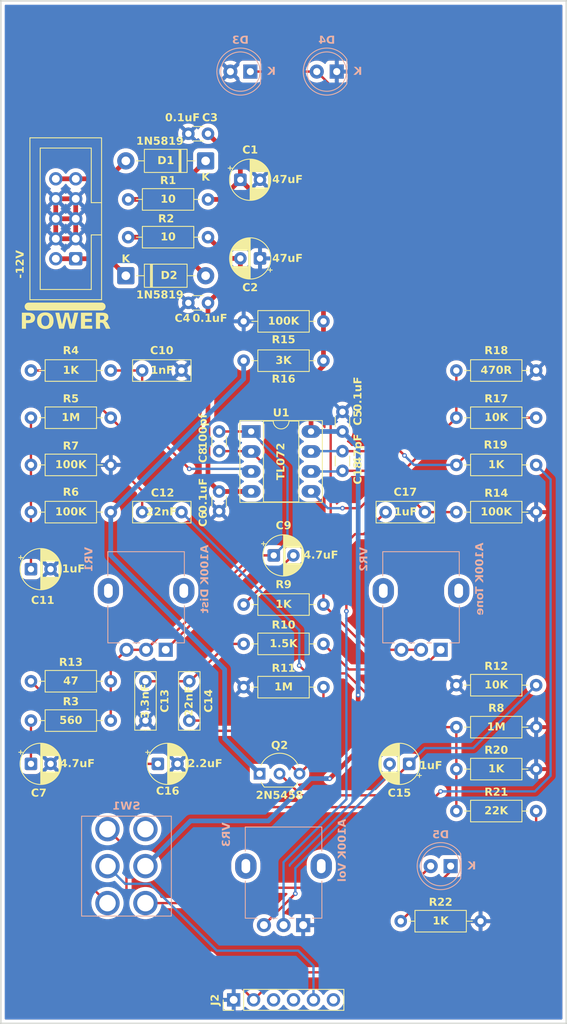
<source format=kicad_pcb>
(kicad_pcb (version 20241229) (generator "pcbnew") (generator_version "9.0")
  (title_block (title "Cat Distortion") (rev "v1"))
  (layers (0 "F.Cu" signal) (2 "B.Cu" signal) (13 "F.Paste" user) (15 "B.Paste" user) (5 "F.SilkS" user "F.Silkscreen") (7 "B.SilkS" user "B.Silkscreen") (1 "F.Mask" user) (3 "B.Mask" user) (25 "Edge.Cuts" user))
  (net 0 "")
  (net 1 "GND")
  (net 2 "+12V")
  (net 3 "-12V")
  (net 4 "Net-(C7-Pad1)")
  (net 5 "Net-(U1A-+)")
  (net 6 "Net-(C8-Pad2)")
  (net 7 "Net-(C9-Pad2)")
  (net 8 "Net-(U1A--)")
  (net 9 "Net-(C11-Pad1)")
  (net 10 "Net-(C12-Pad2)")
  (net 11 "Net-(C12-Pad1)")
  (net 12 "Net-(C13-Pad1)")
  (net 13 "Net-(Q2-G)")
  (net 14 "Net-(Q2-S)")
  (net 15 "Net-(C15-Pad2)")
  (net 16 "Net-(U1B-+)")
  (net 17 "Net-(C16-Pad1)")
  (net 18 "Net-(C18-Pad1)")
  (net 19 "Net-(U1B--)")
  (net 20 "Net-(D1-K)")
  (net 21 "/+12")
  (net 22 "Net-(D2-A)")
  (net 23 "/-12")
  (net 24 "Net-(D3-K)")
  (net 25 "Out Jack")
  (net 28 "In Jack")
  (net 30 "+9V")
  (net 31 "Net-(R10-Pad2)")
  (net 32 "Net-(C17-Pad1)")
  (net 33 "Net-(D5-K)")
  (net 34 "Net-(D5-A)")
  (net 35 "Net-(SW1A-A)")
  (footprint "Capacitor_THT:CP_Radial_D5.0mm_P2.50mm" (layer "F.Cu") (at 41.84 169.5)
    (property "Reference" "C7" (at 1 3.75 0) (layer "F.SilkS") (effects (font (thickness 0.2) (bold yes))))
    (property "Value" "4.7uF" (at 5.91 0 0) (layer "F.SilkS") (effects (font (thickness 0.2) (bold yes))))
    (pad "1" thru_hole roundrect (at 0 0) (size 1.6 1.6) (drill 0.8) (layers "*.Cu" "*.Mask") (roundrect_rratio 0.15625) (net 4 "Net-(C7-Pad1)"))
    (pad "2" thru_hole circle (at 2.5 0) (size 1.6 1.6) (drill 0.8) (layers "*.Cu" "*.Mask") (net 1 "GND"))
  )
  (footprint "AO_tht:R_Axial_DIN0207_L6.3mm_D2.5mm_P10.16mm_Horizontal" (layer "F.Cu") (at 96 159.5)
    (property "Reference" "R12" (at 5.08 -2.37 0) (layer "F.SilkS") (effects (font (thickness 0.16) (bold yes))))
    (property "Value" "10K")
    (fp_text user "${VALUE}" (at 5.08 0 0) (layer "F.SilkS") (effects (font (thickness 0.16) (bold yes))))
    (pad "1" thru_hole circle (at 0 0) (size 1.6 1.6) (drill 0.8) (layers "*.Cu" "*.Mask") (net 1 "GND"))
    (pad "2" thru_hole oval (at 10.16 0) (size 1.6 1.6) (drill 0.8) (layers "*.Cu" "*.Mask") (net 13 "Net-(Q2-G)"))
  )
  (footprint "AO_tht:R_Axial_DIN0207_L6.3mm_D2.5mm_P10.16mm_Horizontal" (layer "F.Cu") (at 79.08 113.25 180)
    (property "Reference" "R15" (at 5.08 -2.37 0) (layer "F.SilkS") (effects (font (thickness 0.16) (bold yes))))
    (property "Value" "100K")
    (fp_text user "${VALUE}" (at 5.08 0 0) (layer "F.SilkS") (effects (font (thickness 0.16) (bold yes))))
    (pad "1" thru_hole circle (at 0 0 180) (size 1.6 1.6) (drill 0.8) (layers "*.Cu" "*.Mask") (net 2 "+12V"))
    (pad "2" thru_hole oval (at 10.16 0 180) (size 1.6 1.6) (drill 0.8) (layers "*.Cu" "*.Mask") (net 1 "GND"))
  )
  (footprint "AO_tht:R_Axial_DIN0207_L6.3mm_D2.5mm_P10.16mm_Horizontal" (layer "F.Cu") (at 106.16 119.5 180)
    (property "Reference" "R18" (at 5.08 2.5 0) (layer "F.SilkS") (effects (font (thickness 0.16) (bold yes))))
    (property "Value" "470R")
    (fp_text user "${VALUE}" (at 5.08 0 0) (layer "F.SilkS") (effects (font (thickness 0.16) (bold yes))))
    (pad "1" thru_hole circle (at 0 0 180) (size 1.6 1.6) (drill 0.8) (layers "*.Cu" "*.Mask") (net 1 "GND"))
    (pad "2" thru_hole oval (at 10.16 0 180) (size 1.6 1.6) (drill 0.8) (layers "*.Cu" "*.Mask") (net 19 "Net-(U1B--)"))
  )
  (footprint "Capacitor_THT:CP_Radial_D5.0mm_P2.50mm" (layer "F.Cu") (at 90 169.5 180)
    (property "Reference" "C15" (at 1.25 -3.75 0) (layer "F.SilkS") (effects (font (thickness 0.2) (bold yes))))
    (property "Value" "1uF" (at -2.75 -0.25 0) (layer "F.SilkS") (effects (font (thickness 0.2) (bold yes))))
    (pad "1" thru_hole roundrect (at 0 0 180) (size 1.6 1.6) (drill 0.8) (layers "*.Cu" "*.Mask") (roundrect_rratio 0.15625) (net 13 "Net-(Q2-G)"))
    (pad "2" thru_hole circle (at 2.5 0 180) (size 1.6 1.6) (drill 0.8) (layers "*.Cu" "*.Mask") (net 15 "Net-(C15-Pad2)"))
  )
  (footprint "AO_tht:R_Axial_DIN0207_L6.3mm_D2.5mm_P10.16mm_Horizontal" (layer "F.Cu") (at 41.84 159)
    (property "Reference" "R13" (at 5.08 -2.37 0) (layer "F.SilkS") (effects (font (thickness 0.16) (bold yes))))
    (property "Value" "47")
    (fp_text user "${VALUE}" (at 5.08 0 0) (layer "F.SilkS") (effects (font (thickness 0.16) (bold yes))))
    (pad "1" thru_hole circle (at 0 0) (size 1.6 1.6) (drill 0.8) (layers "*.Cu" "*.Mask") (net 17 "Net-(C16-Pad1)"))
    (pad "2" thru_hole oval (at 10.16 0) (size 1.6 1.6) (drill 0.8) (layers "*.Cu" "*.Mask") (net 8 "Net-(U1A--)"))
  )
  (footprint "4ms_Connector:Pins_2x05_2.54mm_TH_EurorackPower_Shrouded" (layer "F.Cu") (at 46.27 100.21)
    (property "Reference" "E1")
    (property "Value" "Conn_01x10_Pin")
    (fp_text user "-12V" (at -5.77 5.79 90) (layer "F.SilkS") (effects (font (thickness 0.2) (bold yes))))
    (fp_text user "POWER" (at -0.05 13.15 0) (layer "F.SilkS") (effects (font (size 2 2) (thickness 0.32) (bold yes))))
    (pad "1" thru_hole roundrect (at 1.27 5.08 180) (size 1.7 1.7) (drill 1) (layers "*.Cu" "*.Mask") (roundrect_rratio 0.147059) (net 23 "/-12"))
    (pad "2" thru_hole circle (at -1.27 5.08 180) (size 1.7 1.7) (drill 1) (layers "*.Cu" "*.Mask") (net 23 "/-12"))
    (pad "3" thru_hole circle (at 1.27 2.54 180) (size 1.7 1.7) (drill 1) (layers "*.Cu" "*.Mask") (net 1 "GND"))
    (pad "4" thru_hole circle (at -1.27 2.54 180) (size 1.7 1.7) (drill 1) (layers "*.Cu" "*.Mask") (net 1 "GND"))
    (pad "5" thru_hole circle (at 1.27 0 180) (size 1.7 1.7) (drill 1) (layers "*.Cu" "*.Mask") (net 1 "GND"))
    (pad "6" thru_hole circle (at -1.27 0 180) (size 1.7 1.7) (drill 1) (layers "*.Cu" "*.Mask") (net 1 "GND"))
    (pad "7" thru_hole circle (at 1.27 -2.54 180) (size 1.7 1.7) (drill 1) (layers "*.Cu" "*.Mask") (net 1 "GND"))
    (pad "8" thru_hole circle (at -1.27 -2.54 180) (size 1.7 1.7) (drill 1) (layers "*.Cu" "*.Mask") (net 1 "GND"))
    (pad "9" thru_hole circle (at 1.27 -5.08 180) (size 1.7 1.7) (drill 1) (layers "*.Cu" "*.Mask") (net 21 "/+12"))
    (pad "10" thru_hole circle (at -1.27 -5.08 180) (size 1.7 1.7) (drill 1) (layers "*.Cu" "*.Mask") (net 21 "/+12"))
  )
  (footprint "AO_tht:R_Axial_DIN0207_L6.3mm_D2.5mm_P10.16mm_Horizontal" (layer "F.Cu") (at 52 137.5 180)
    (property "Reference" "R6" (at 5.08 2.5 0) (layer "F.SilkS") (effects (font (thickness 0.16) (bold yes))))
    (property "Value" "100K")
    (fp_text user "${VALUE}" (at 5.08 0 0) (layer "F.SilkS") (effects (font (thickness 0.16) (bold yes))))
    (pad "1" thru_hole circle (at 0 0 180) (size 1.6 1.6) (drill 0.8) (layers "*.Cu" "*.Mask") (net 30 "+9V"))
    (pad "2" thru_hole oval (at 10.16 0 180) (size 1.6 1.6) (drill 0.8) (layers "*.Cu" "*.Mask") (net 9 "Net-(C11-Pad1)"))
  )
  (footprint "AO_tht:C_Disc_D3.0mm_W1.6mm_P2.50mm" (layer "F.Cu") (at 64.38 89.4 180)
    (property "Reference" "C3" (at -0.25 2 0) (layer "F.SilkS") (effects (font (thickness 0.16) (bold yes))))
    (property "Value" "0.1uF")
    (fp_text user "${VALUE}" (at 3.25 2 0) (layer "F.SilkS") (effects (font (thickness 0.16) (bold yes))))
    (pad "1" thru_hole circle (at 0 0 180) (size 1.6 1.6) (drill 0.8) (layers "*.Cu" "*.Mask") (net 2 "+12V"))
    (pad "2" thru_hole circle (at 2.5 0 180) (size 1.6 1.6) (drill 0.8) (layers "*.Cu" "*.Mask") (net 1 "GND"))
  )
  (footprint "AO_tht:R_Axial_DIN0207_L6.3mm_D2.5mm_P10.16mm_Horizontal" (layer "F.Cu") (at 52 119.5 180)
    (property "Reference" "R4" (at 5.08 2.5 0) (layer "F.SilkS") (effects (font (thickness 0.16) (bold yes))))
    (property "Value" "1K")
    (fp_text user "${VALUE}" (at 5.08 0 0) (layer "F.SilkS") (effects (font (thickness 0.16) (bold yes))))
    (pad "1" thru_hole circle (at 0 0 180) (size 1.6 1.6) (drill 0.8) (layers "*.Cu" "*.Mask") (net 5 "Net-(U1A-+)"))
    (pad "2" thru_hole oval (at 10.16 0 180) (size 1.6 1.6) (drill 0.8) (layers "*.Cu" "*.Mask") (net 10 "Net-(C12-Pad2)"))
  )
  (footprint "Capacitor_THT:CP_Radial_D5.0mm_P2.50mm" (layer "F.Cu") (at 41.84 144.75)
    (property "Reference" "C11" (at 1.5 4 0) (layer "F.SilkS") (effects (font (thickness 0.2) (bold yes))))
    (property "Value" "1uF" (at 5.41 0 0) (layer "F.SilkS") (effects (font (thickness 0.2) (bold yes))))
    (pad "1" thru_hole roundrect (at 0 0) (size 1.6 1.6) (drill 0.8) (layers "*.Cu" "*.Mask") (roundrect_rratio 0.15625) (net 9 "Net-(C11-Pad1)"))
    (pad "2" thru_hole circle (at 2.5 0) (size 1.6 1.6) (drill 0.8) (layers "*.Cu" "*.Mask") (net 1 "GND"))
  )
  (footprint "AO_tht:R_Axial_DIN0207_L6.3mm_D2.5mm_P10.16mm_Horizontal" (layer "F.Cu") (at 96 170.166666)
    (property "Reference" "R20" (at 5.08 -2.37 0) (layer "F.SilkS") (effects (font (thickness 0.16) (bold yes))))
    (property "Value" "1K")
    (fp_text user "${VALUE}" (at 5.08 0 0) (layer "F.SilkS") (effects (font (thickness 0.16) (bold yes))))
    (pad "1" thru_hole circle (at 0 0) (size 1.6 1.6) (drill 0.8) (layers "*.Cu" "*.Mask") (net 11 "Net-(C12-Pad1)"))
    (pad "2" thru_hole oval (at 10.16 0) (size 1.6 1.6) (drill 0.8) (layers "*.Cu" "*.Mask") (net 1 "GND"))
  )
  (footprint "AO_tht:R_Axial_DIN0207_L6.3mm_D2.5mm_P10.16mm_Horizontal" (layer "F.Cu") (at 41.84 164)
    (property "Reference" "R3" (at 5.08 -2.37 0) (layer "F.SilkS") (effects (font (thickness 0.16) (bold yes))))
    (property "Value" "560")
    (fp_text user "${VALUE}" (at 5.08 0 0) (layer "F.SilkS") (effects (font (thickness 0.16) (bold yes))))
    (pad "1" thru_hole circle (at 0 0) (size 1.6 1.6) (drill 0.8) (layers "*.Cu" "*.Mask") (net 4 "Net-(C7-Pad1)"))
    (pad "2" thru_hole oval (at 10.16 0) (size 1.6 1.6) (drill 0.8) (layers "*.Cu" "*.Mask") (net 8 "Net-(U1A--)"))
  )
  (footprint "AO_tht:R_Axial_DIN0207_L6.3mm_D2.5mm_P10.16mm_Horizontal" (layer "F.Cu") (at 88.92 189.5)
    (property "Reference" "R22" (at 5.08 -2.37 0) (layer "F.SilkS") (effects (font (thickness 0.16) (bold yes))))
    (property "Value" "1K")
    (fp_text user "${VALUE}" (at 5.08 0 0) (layer "F.SilkS") (effects (font (thickness 0.16) (bold yes))))
    (pad "1" thru_hole circle (at 0 0) (size 1.6 1.6) (drill 0.8) (layers "*.Cu" "*.Mask") (net 33 "Net-(D5-K)"))
    (pad "2" thru_hole oval (at 10.16 0) (size 1.6 1.6) (drill 0.8) (layers "*.Cu" "*.Mask") (net 1 "GND"))
  )
  (footprint "Diode_THT:D_DO-41_SOD81_P10.16mm_Horizontal" (layer "F.Cu") (at 53.92 107.449992)
    (property "Reference" "D2" (at 5.5 0 0) (layer "F.SilkS") (effects (font (thickness 0.2) (bold yes))))
    (property "Value" "1N5819" (at 4.33 2.47 0) (layer "F.SilkS") (effects (font (thickness 0.2) (bold yes))))
    (fp_text user "K" (at 0 -2.1 0) (layer "F.SilkS") (effects (font (thickness 0.2) (bold yes))))
    (pad "1" thru_hole roundrect (at 0 0) (size 2.2 2.2) (drill 1.1) (layers "*.Cu" "*.Mask") (roundrect_rratio 0.113636) (net 23 "/-12"))
    (pad "2" thru_hole circle (at 10.16 0) (size 2.2 2.2) (drill 1.1) (layers "*.Cu" "*.Mask") (net 22 "Net-(D2-A)"))
  )
  (footprint "AO_tht:R_Axial_DIN0207_L6.3mm_D2.5mm_P10.16mm_Horizontal" (layer "F.Cu") (at 96 125.5)
    (property "Reference" "R17" (at 5.08 -2.37 0) (layer "F.SilkS") (effects (font (thickness 0.16) (bold yes))))
    (property "Value" "10K")
    (fp_text user "${VALUE}" (at 5.08 0 0) (layer "F.SilkS") (effects (font (thickness 0.16) (bold yes))))
    (pad "1" thru_hole circle (at 0 0) (size 1.6 1.6) (drill 0.8) (layers "*.Cu" "*.Mask") (net 19 "Net-(U1B--)"))
    (pad "2" thru_hole oval (at 10.16 0) (size 1.6 1.6) (drill 0.8) (layers "*.Cu" "*.Mask") (net 18 "Net-(C18-Pad1)"))
  )
  (footprint "AO_tht:R_Axial_DIN0207_L6.3mm_D2.5mm_P10.16mm_Horizontal" (layer "F.Cu") (at 79.08 118.25 180)
    (property "Reference" "R16" (at 5.08 -2.37 0) (layer "F.SilkS") (effects (font (thickness 0.16) (bold yes))))
    (property "Value" "3K")
    (fp_text user "${VALUE}" (at 5.08 0 0) (layer "F.SilkS") (effects (font (thickness 0.16) (bold yes))))
    (pad "1" thru_hole circle (at 0 0 180) (size 1.6 1.6) (drill 0.8) (layers "*.Cu" "*.Mask") (net 2 "+12V"))
    (pad "2" thru_hole oval (at 10.16 0 180) (size 1.6 1.6) (drill 0.8) (layers "*.Cu" "*.Mask") (net 30 "+9V"))
  )
  (footprint "Centred:PinHeader_1x06_P2.54mm_Vertical_Centre" (layer "F.Cu") (at 74 199.5 90)
    (property "Reference" "J2" (at 0 -8.68 90) (layer "F.SilkS") (effects (font (thickness 0.2) (bold yes))))
    (property "Value" "Conn_01x06")
    (pad "1" thru_hole rect (at 0 -6.35 90) (size 1.7 1.7) (drill 1) (layers "*.Cu" "*.Mask") (net 1 "GND"))
    (pad "2" thru_hole oval (at 0 -3.81 90) (size 1.7 1.7) (drill 1) (layers "*.Cu" "*.Mask") (net 28 "In Jack"))
    (pad "3" thru_hole oval (at 0 -1.27 90) (size 1.7 1.7) (drill 1) (layers "*.Cu" "*.Mask"))
    (pad "4" thru_hole oval (at 0 1.27 90) (size 1.7 1.7) (drill 1) (layers "*.Cu" "*.Mask"))
    (pad "5" thru_hole oval (at 0 3.81 90) (size 1.7 1.7) (drill 1) (layers "*.Cu" "*.Mask") (net 25 "Out Jack"))
    (pad "6" thru_hole oval (at 0 6.35 90) (size 1.7 1.7) (drill 1) (layers "*.Cu" "*.Mask"))
  )
  (footprint "AO_tht:C_Rect_L7.2mm_W2.5mm_P5.00mm_FKS2_FKP2_MKS2_MKP2" (layer "F.Cu") (at 87 137.5)
    (property "Reference" "C17" (at 2.5 -2.5 0) (layer "F.SilkS") (effects (font (thickness 0.2) (bold yes))))
    (property "Value" "1uF")
    (fp_text user "${VALUE}" (at 2.54 0 0) (layer "F.SilkS") (effects (font (thickness 0.2) (bold yes))))
    (pad "1" thru_hole circle (at 0 0) (size 1.6 1.6) (drill 0.8) (layers "*.Cu" "*.Mask") (net 32 "Net-(C17-Pad1)"))
    (pad "2" thru_hole circle (at 5 0) (size 1.6 1.6) (drill 0.8) (layers "*.Cu" "*.Mask") (net 16 "Net-(U1B-+)"))
  )
  (footprint "Capacitor_THT:CP_Radial_D5.0mm_P2.50mm" (layer "F.Cu") (at 68.5 95.25)
    (property "Reference" "C1" (at 1.25 -3.75 0) (layer "F.SilkS") (effects (font (thickness 0.2) (bold yes))))
    (property "Value" "47uF" (at 6 0 0) (layer "F.SilkS") (effects (font (thickness 0.2) (bold yes))))
    (pad "1" thru_hole roundrect (at 0 0) (size 1.6 1.6) (drill 0.8) (layers "*.Cu" "*.Mask") (roundrect_rratio 0.15625) (net 2 "+12V"))
    (pad "2" thru_hole circle (at 2.5 0) (size 1.6 1.6) (drill 0.8) (layers "*.Cu" "*.Mask") (net 1 "GND"))
  )
  (footprint "AO_tht:R_Axial_DIN0207_L6.3mm_D2.5mm_P10.16mm_Horizontal" (layer "F.Cu") (at 106.16 131.5 180)
    (property "Reference" "R19" (at 5.16 2.5 0) (layer "F.SilkS") (effects (font (thickness 0.16) (bold yes))))
    (property "Value" "1K")
    (fp_text user "${VALUE}" (at 5.08 0 0) (layer "F.SilkS") (effects (font (thickness 0.16) (bold yes))))
    (pad "1" thru_hole circle (at 0 0 180) (size 1.6 1.6) (drill 0.8) (layers "*.Cu" "*.Mask") (net 35 "Net-(SW1A-A)"))
    (pad "2" thru_hole oval (at 10.16 0 180) (size 1.6 1.6) (drill 0.8) (layers "*.Cu" "*.Mask") (net 18 "Net-(C18-Pad1)"))
  )
  (footprint "AO_tht:R_Axial_DIN0207_L6.3mm_D2.5mm_P10.16mm_Horizontal" (layer "F.Cu") (at 41.84 131.5)
    (property "Reference" "R7" (at 5.08 -2.37 0) (layer "F.SilkS") (effects (font (thickness 0.16) (bold yes))))
    (property "Value" "100K")
    (fp_text user "${VALUE}" (at 5.08 0 0) (layer "F.SilkS") (effects (font (thickness 0.16) (bold yes))))
    (pad "1" thru_hole circle (at 0 0) (size 1.6 1.6) (drill 0.8) (layers "*.Cu" "*.Mask") (net 9 "Net-(C11-Pad1)"))
    (pad "2" thru_hole oval (at 10.16 0) (size 1.6 1.6) (drill 0.8) (layers "*.Cu" "*.Mask") (net 1 "GND"))
  )
  (footprint "AO_tht:DIP-8_W7.62mm_Socket_LongPads" (layer "F.Cu") (at 69.88 127.25)
    (property "Reference" "U1" (at 3.81 -2.33 0) (layer "F.SilkS") (effects (font (thickness 0.16) (bold yes))))
    (property "Value" "TL072")
    (fp_text user "${VALUE}" (at 3.81 3.81 90) (layer "F.SilkS") (effects (font (thickness 0.16) (bold yes))))
    (pad "1" thru_hole rect (at 0 0) (size 2.4 1.6) (drill 0.8) (layers "*.Cu" "*.Mask") (net 6 "Net-(C8-Pad2)"))
    (pad "2" thru_hole oval (at 0 2.54) (size 2.4 1.6) (drill 0.8) (layers "*.Cu" "*.Mask") (net 8 "Net-(U1A--)"))
    (pad "3" thru_hole oval (at 0 5.08) (size 2.4 1.6) (drill 0.8) (layers "*.Cu" "*.Mask") (net 5 "Net-(U1A-+)"))
    (pad "4" thru_hole oval (at 0 7.62) (size 2.4 1.6) (drill 0.8) (layers "*.Cu" "*.Mask") (net 3 "-12V"))
    (pad "5" thru_hole oval (at 7.62 7.62) (size 2.4 1.6) (drill 0.8) (layers "*.Cu" "*.Mask") (net 16 "Net-(U1B-+)"))
    (pad "6" thru_hole oval (at 7.62 5.08) (size 2.4 1.6) (drill 0.8) (layers "*.Cu" "*.Mask") (net 19 "Net-(U1B--)"))
    (pad "7" thru_hole oval (at 7.62 2.54) (size 2.4 1.6) (drill 0.8) (layers "*.Cu" "*.Mask") (net 18 "Net-(C18-Pad1)"))
    (pad "8" thru_hole oval (at 7.62 0) (size 2.4 1.6) (drill 0.8) (layers "*.Cu" "*.Mask") (net 2 "+12V"))
  )
  (footprint "AO_tht:C_Rect_L7.2mm_W2.5mm_P5.00mm_FKS2_FKP2_MKS2_MKP2" (layer "F.Cu") (at 61 137.5 180)
    (property "Reference" "C12" (at 2.4 2.4 0) (layer "F.SilkS") (effects (font (thickness 0.2) (bold yes))))
    (property "Value" "22nF")
    (fp_text user "${VALUE}" (at 2.54 0 0) (layer "F.SilkS") (effects (font (thickness 0.2) (bold yes))))
    (pad "1" thru_hole circle (at 0 0 180) (size 1.6 1.6) (drill 0.8) (layers "*.Cu" "*.Mask") (net 11 "Net-(C12-Pad1)"))
    (pad "2" thru_hole circle (at 5 0 180) (size 1.6 1.6) (drill 0.8) (layers "*.Cu" "*.Mask") (net 10 "Net-(C12-Pad2)"))
  )
  (footprint "AO_tht:R_Axial_DIN0207_L6.3mm_D2.5mm_P10.16mm_Horizontal" (layer "F.Cu") (at 68.92 154.25)
    (property "Reference" "R10" (at 5.08 -2.37 0) (layer "F.SilkS") (effects (font (thickness 0.16) (bold yes))))
    (property "Value" "1.5K")
    (fp_text user "${VALUE}" (at 5.08 0 0) (layer "F.SilkS") (effects (font (thickness 0.16) (bold yes))))
    (pad "1" thru_hole circle (at 0 0) (size 1.6 1.6) (drill 0.8) (layers "*.Cu" "*.Mask") (net 12 "Net-(C13-Pad1)"))
    (pad "2" thru_hole oval (at 10.16 0) (size 1.6 1.6) (drill 0.8) (layers "*.Cu" "*.Mask") (net 31 "Net-(R10-Pad2)"))
  )
  (footprint "AO_tht:R_Axial_DIN0207_L6.3mm_D2.5mm_P10.16mm_Horizontal" (layer "F.Cu") (at 79.08 149.25 180)
    (property "Reference" "R9" (at 5.08 2.5 0) (layer "F.SilkS") (effects (font (thickness 0.16) (bold yes))))
    (property "Value" "1K")
    (fp_text user "${VALUE}" (at 5.08 0 0) (layer "F.SilkS") (effects (font (thickness 0.16) (bold yes))))
    (pad "1" thru_hole circle (at 0 0 180) (size 1.6 1.6) (drill 0.8) (layers "*.Cu" "*.Mask") (net 24 "Net-(D3-K)"))
    (pad "2" thru_hole oval (at 10.16 0 180) (size 1.6 1.6) (drill 0.8) (layers "*.Cu" "*.Mask") (net 7 "Net-(C9-Pad2)"))
  )
  (footprint "Diode_THT:D_DO-41_SOD81_P10.16mm_Horizontal" (layer "F.Cu") (at 64.08 92.849998 180)
    (property "Reference" "D1" (at 5.08 0 0) (layer "F.SilkS") (effects (font (thickness 0.2) (bold yes))))
    (property "Value" "1N5819" (at 5.83 2.47 0) (layer "F.SilkS") (effects (font (thickness 0.2) (bold yes))))
    (fp_text user "K" (at 0 -2.1 180) (layer "F.SilkS") (effects (font (thickness 0.2) (bold yes))))
    (pad "1" thru_hole roundrect (at 0 0 180) (size 2.2 2.2) (drill 1.1) (layers "*.Cu" "*.Mask") (roundrect_rratio 0.113636) (net 20 "Net-(D1-K)"))
    (pad "2" thru_hole circle (at 10.16 0 180) (size 2.2 2.2) (drill 1.1) (layers "*.Cu" "*.Mask") (net 21 "/+12"))
  )
  (footprint "AO_tht:R_Axial_DIN0207_L6.3mm_D2.5mm_P10.16mm_Horizontal" (layer "F.Cu") (at 68.92 159.75)
    (property "Reference" "R11" (at 5.08 -2.37 0) (layer "F.SilkS") (effects (font (thickness 0.16) (bold yes))))
    (property "Value" "1M")
    (fp_text user "${VALUE}" (at 5.08 0 0) (layer "F.SilkS") (effects (font (thickness 0.16) (bold yes))))
    (pad "1" thru_hole circle (at 0 0) (size 1.6 1.6) (drill 0.8) (layers "*.Cu" "*.Mask") (net 1 "GND"))
    (pad "2" thru_hole oval (at 10.16 0) (size 1.6 1.6) (drill 0.8) (layers "*.Cu" "*.Mask") (net 14 "Net-(Q2-S)"))
  )
  (footprint "AO_tht:R_Axial_DIN0207_L6.3mm_D2.5mm_P10.16mm_Horizontal" (layer "F.Cu") (at 54.22 97.749996)
    (property "Reference" "R1" (at 5.08 -2.37 0) (layer "F.SilkS") (effects (font (thickness 0.16) (bold yes))))
    (property "Value" "10")
    (fp_text user "${VALUE}" (at 5.08 0 0) (layer "F.SilkS") (effects (font (thickness 0.16) (bold yes))))
    (pad "1" thru_hole circle (at 0 0) (size 1.6 1.6) (drill 0.8) (layers "*.Cu" "*.Mask") (net 20 "Net-(D1-K)"))
    (pad "2" thru_hole oval (at 10.16 0) (size 1.6 1.6) (drill 0.8) (layers "*.Cu" "*.Mask") (net 2 "+12V"))
  )
  (footprint "AO_tht:C_Rect_L7.2mm_W2.5mm_P5.00mm_FKS2_FKP2_MKS2_MKP2" (layer "F.Cu") (at 56 119.5)
    (property "Reference" "C10" (at 2.5 -2.5 0) (layer "F.SilkS") (effects (font (thickness 0.2) (bold yes))))
    (property "Value" "1nF")
    (fp_text user "${VALUE}" (at 2.54 0 0) (layer "F.SilkS") (effects (font (thickness 0.2) (bold yes))))
    (pad "1" thru_hole circle (at 0 0) (size 1.6 1.6) (drill 0.8) (layers "*.Cu" "*.Mask") (net 5 "Net-(U1A-+)"))
    (pad "2" thru_hole circle (at 5 0) (size 1.6 1.6) (drill 0.8) (layers "*.Cu" "*.Mask") (net 1 "GND"))
  )
  (footprint "AO_tht:R_Axial_DIN0207_L6.3mm_D2.5mm_P10.16mm_Horizontal" (layer "F.Cu") (at 54.22 102.549994)
    (property "Reference" "R2" (at 4.83 -2.299994 0) (layer "F.SilkS") (effects (font (thickness 0.16) (bold yes))))
    (property "Value" "10")
    (fp_text user "${VALUE}" (at 5.08 0 0) (layer "F.SilkS") (effects (font (thickness 0.16) (bold yes))))
    (pad "1" thru_hole circle (at 0 0) (size 1.6 1.6) (drill 0.8) (layers "*.Cu" "*.Mask") (net 22 "Net-(D2-A)"))
    (pad "2" thru_hole oval (at 10.16 0) (size 1.6 1.6) (drill 0.8) (layers "*.Cu" "*.Mask") (net 3 "-12V"))
  )
  (footprint "AO_tht:R_Axial_DIN0207_L6.3mm_D2.5mm_P10.16mm_Horizontal" (layer "F.Cu") (at 96 164.833333)
    (property "Reference" "R8" (at 5.08 -2.37 0) (layer "F.SilkS") (effects (font (thickness 0.16) (bold yes))))
    (property "Value" "1M")
    (fp_text user "${VALUE}" (at 5.08 0 0) (layer "F.SilkS") (effects (font (thickness 0.16) (bold yes))))
    (pad "1" thru_hole circle (at 0 0) (size 1.6 1.6) (drill 0.8) (layers "*.Cu" "*.Mask") (net 11 "Net-(C12-Pad1)"))
    (pad "2" thru_hole oval (at 10.16 0) (size 1.6 1.6) (drill 0.8) (layers "*.Cu" "*.Mask") (net 1 "GND"))
  )
  (footprint "Capacitor_THT:CP_Radial_D5.0mm_P2.50mm" (layer "F.Cu") (at 72.75 143)
    (property "Reference" "C9" (at 1.25 -3.75 0) (layer "F.SilkS") (effects (font (thickness 0.2) (bold yes))))
    (property "Value" "4.7uF" (at 6 0 0) (layer "F.SilkS") (effects (font (thickness 0.2) (bold yes))))
    (pad "1" thru_hole roundrect (at 0 0) (size 1.6 1.6) (drill 0.8) (layers "*.Cu" "*.Mask") (roundrect_rratio 0.15625) (net 6 "Net-(C8-Pad2)"))
    (pad "2" thru_hole circle (at 2.5 0) (size 1.6 1.6) (drill 0.8) (layers "*.Cu" "*.Mask") (net 7 "Net-(C9-Pad2)"))
  )
  (footprint "Capacitor_THT:CP_Radial_D5.0mm_P2.50mm" (layer "F.Cu") (at 71 105.25 180)
    (property "Reference" "C2" (at 1.25 -3.75 0) (layer "F.SilkS") (effects (font (thickness 0.2) (bold yes))))
    (property "Value" "47uF" (at -3.5 -0.03 0) (layer "F.SilkS") (effects (font (thickness 0.2) (bold yes))))
    (pad "1" thru_hole roundrect (at 0 0 180) (size 1.6 1.6) (drill 0.8) (layers "*.Cu" "*.Mask") (roundrect_rratio 0.15625) (net 1 "GND"))
    (pad "2" thru_hole circle (at 2.5 0 180) (size 1.6 1.6) (drill 0.8) (layers "*.Cu" "*.Mask") (net 3 "-12V"))
  )
  (footprint "AO_tht:C_Rect_L7.2mm_W2.5mm_P5.00mm_FKS2_FKP2_MKS2_MKP2" (layer "F.Cu") (at 62 159 -90)
    (property "Reference" "C14" (at 2.5 -2.5 90) (layer "F.SilkS") (effects (font (thickness 0.2) (bold yes))))
    (property "Value" "22nF")
    (fp_text user "${VALUE}" (at 2.54 0 90) (layer "F.SilkS") (effects (font (thickness 0.2) (bold yes))))
    (pad "1" thru_hole circle (at 0 0 270) (size 1.6 1.6) (drill 0.8) (layers "*.Cu" "*.Mask") (net 12 "Net-(C13-Pad1)"))
    (pad "2" thru_hole circle (at 5 0 270) (size 1.6 1.6) (drill 0.8) (layers "*.Cu" "*.Mask") (net 14 "Net-(Q2-S)"))
  )
  (footprint "AO_tht:R_Axial_DIN0207_L6.3mm_D2.5mm_P10.16mm_Horizontal" (layer "F.Cu") (at 41.84 125.5)
    (property "Reference" "R5" (at 5.08 -2.37 0) (layer "F.SilkS") (effects (font (thickness 0.16) (bold yes))))
    (property "Value" "1M")
    (fp_text user "${VALUE}" (at 5.08 0 0) (layer "F.SilkS") (effects (font (thickness 0.16) (bold yes))))
    (pad "1" thru_hole circle (at 0 0) (size 1.6 1.6) (drill 0.8) (layers "*.Cu" "*.Mask") (net 9 "Net-(C11-Pad1)"))
    (pad "2" thru_hole oval (at 10.16 0) (size 1.6 1.6) (drill 0.8) (layers "*.Cu" "*.Mask") (net 10 "Net-(C12-Pad2)"))
  )
  (footprint "AO_tht:C_Disc_D3.0mm_W1.6mm_P2.50mm" (layer "F.Cu") (at 65.8 137.38 90)
    (property "Reference" "C6" (at -1 -2 90) (layer "F.SilkS") (effects (font (thickness 0.16) (bold yes))))
    (property "Value" "0.1uF")
    (fp_text user "${VALUE}" (at 2 -2 90) (layer "F.SilkS") (effects (font (thickness 0.16) (bold yes))))
    (pad "1" thru_hole circle (at 0 0 90) (size 1.6 1.6) (drill 0.8) (layers "*.Cu" "*.Mask") (net 1 "GND"))
    (pad "2" thru_hole circle (at 2.5 0 90) (size 1.6 1.6) (drill 0.8) (layers "*.Cu" "*.Mask") (net 3 "-12V"))
  )
  (footprint "AO_tht:R_Axial_DIN0207_L6.3mm_D2.5mm_P10.16mm_Horizontal" (layer "F.Cu") (at 96 137.5)
    (property "Reference" "R14" (at 5.08 -2.37 0) (layer "F.SilkS") (effects (font (thickness 0.16) (bold yes))))
    (property "Value" "100K")
    (fp_text user "${VALUE}" (at 5.08 0 0) (layer "F.SilkS") (effects (font (thickness 0.16) (bold yes))))
    (pad "1" thru_hole circle (at 0 0) (size 1.6 1.6) (drill 0.8) (layers "*.Cu" "*.Mask") (net 16 "Net-(U1B-+)"))
    (pad "2" thru_hole oval (at 10.16 0) (size 1.6 1.6) (drill 0.8) (layers "*.Cu" "*.Mask") (net 1 "GND"))
  )
  (footprint "AO_tht:C_Rect_L7.2mm_W2.5mm_P5.00mm_FKS2_FKP2_MKS2_MKP2" (layer "F.Cu") (at 56.42 159 -90)
    (property "Reference" "C13" (at 2.5 -2.5 90) (layer "F.SilkS") (effects (font (thickness 0.2) (bold yes))))
    (property "Value" "3.3nF")
    (fp_text user "${VALUE}" (at 2.54 0 90) (layer "F.SilkS") (effects (font (thickness 0.2) (bold yes))))
    (pad "1" thru_hole circle (at 0 0 270) (size 1.6 1.6) (drill 0.8) (layers "*.Cu" "*.Mask") (net 12 "Net-(C13-Pad1)"))
    (pad "2" thru_hole circle (at 5 0 270) (size 1.6 1.6) (drill 0.8) (layers "*.Cu" "*.Mask") (net 1 "GND"))
  )
  (footprint "AO_tht:R_Axial_DIN0207_L6.3mm_D2.5mm_P10.16mm_Horizontal" (layer "F.Cu") (at 96 175.5)
    (property "Reference" "R21" (at 5.08 -2.37 0) (layer "F.SilkS") (effects (font (thickness 0.16) (bold yes))))
    (property "Value" "22K")
    (fp_text user "${VALUE}" (at 5.08 0 0) (layer "F.SilkS") (effects (font (thickness 0.16) (bold yes))))
    (pad "1" thru_hole circle (at 0 0) (size 1.6 1.6) (drill 0.8) (layers "*.Cu" "*.Mask") (net 11 "Net-(C12-Pad1)"))
    (pad "2" thru_hole oval (at 10.16 0) (size 1.6 1.6) (drill 0.8) (layers "*.Cu" "*.Mask") (net 28 "In Jack"))
  )
  (footprint "AO_tht:C_Disc_D3.0mm_W1.6mm_P2.50mm" (layer "F.Cu") (at 81.5 127.25 90)
    (property "Reference" "C5" (at 1.75 2 90) (layer "F.SilkS") (effects (font (thickness 0.16) (bold yes))))
    (property "Value" "0.1uF")
    (fp_text user "${VALUE}" (at 4.75 2 90) (layer "F.SilkS") (effects (font (thickness 0.16) (bold yes))))
    (pad "1" thru_hole circle (at 0 0 90) (size 1.6 1.6) (drill 0.8) (layers "*.Cu" "*.Mask") (net 2 "+12V"))
    (pad "2" thru_hole circle (at 2.5 0 90) (size 1.6 1.6) (drill 0.8) (layers "*.Cu" "*.Mask") (net 1 "GND"))
  )
  (footprint "Capacitor_THT:CP_Radial_D5.0mm_P2.50mm" (layer "F.Cu") (at 58 169.5)
    (property "Reference" "C16" (at 1.25 3.5 0) (layer "F.SilkS") (effects (font (thickness 0.2) (bold yes))))
    (property "Value" "2.2uF" (at 6 0 0) (layer "F.SilkS") (effects (font (thickness 0.2) (bold yes))))
    (pad "1" thru_hole roundrect (at 0 0) (size 1.6 1.6) (drill 0.8) (layers "*.Cu" "*.Mask") (roundrect_rratio 0.15625) (net 17 "Net-(C16-Pad1)"))
    (pad "2" thru_hole circle (at 2.5 0) (size 1.6 1.6) (drill 0.8) (layers "*.Cu" "*.Mask") (net 1 "GND"))
  )
  (footprint "Package_TO_SOT_THT:TO-92L_Inline_Wide" (layer "F.Cu") (at 70.95 170.75)
    (property "Reference" "Q2" (at 2.54 -3.56 0) (layer "F.SilkS") (effects (font (thickness 0.2) (bold yes))))
    (property "Value" "2N5458" (at 2.54 2.79 0) (layer "F.SilkS") (effects (font (thickness 0.2) (bold yes))))
    (pad "1" thru_hole rect (at 0 0) (size 1.5 1.5) (drill 0.8) (layers "*.Cu" "*.Mask") (net 30 "+9V"))
    (pad "2" thru_hole circle (at 2.54 0) (size 1.5 1.5) (drill 0.8) (layers "*.Cu" "*.Mask") (net 13 "Net-(Q2-G)"))
    (pad "3" thru_hole circle (at 5.08 0) (size 1.5 1.5) (drill 0.8) (layers "*.Cu" "*.Mask") (net 14 "Net-(Q2-S)"))
  )
  (footprint "AO_tht:C_Disc_D3.0mm_W1.6mm_P2.50mm" (layer "F.Cu") (at 65.8 129.75 90)
    (property "Reference" "C8" (at -0.5 -2 90) (layer "F.SilkS") (effects (font (thickness 0.16) (bold yes))))
    (property "Value" "100pf")
    (fp_text user "${VALUE}" (at 2.5 -2 90) (layer "F.SilkS") (effects (font (thickness 0.16) (bold yes))))
    (pad "1" thru_hole circle (at 0 0 90) (size 1.6 1.6) (drill 0.8) (layers "*.Cu" "*.Mask") (net 8 "Net-(U1A--)"))
    (pad "2" thru_hole circle (at 2.5 0 90) (size 1.6 1.6) (drill 0.8) (layers "*.Cu" "*.Mask") (net 6 "Net-(C8-Pad2)"))
  )
  (footprint "AO_tht:C_Disc_D3.0mm_W1.6mm_P2.50mm" (layer "F.Cu") (at 81.5 129.75 -90)
    (property "Reference" "C18" (at 2.75 -2 90) (layer "F.SilkS") (effects (font (thickness 0.16) (bold yes))))
    (property "Value" "47pF")
    (fp_text user "${VALUE}" (at -0.25 -2 90) (layer "F.SilkS") (effects (font (thickness 0.16) (bold yes))))
    (pad "1" thru_hole circle (at 0 0 270) (size 1.6 1.6) (drill 0.8) (layers "*.Cu" "*.Mask") (net 18 "Net-(C18-Pad1)"))
    (pad "2" thru_hole circle (at 2.5 0 270) (size 1.6 1.6) (drill 0.8) (layers "*.Cu" "*.Mask") (net 19 "Net-(U1B--)"))
  )
  (footprint "AO_tht:C_Disc_D3.0mm_W1.6mm_P2.50mm" (layer "F.Cu") (at 61.88 110.899994)
    (property "Reference" "C4" (at -0.75 2 0) (layer "F.SilkS") (effects (font (thickness 0.16) (bold yes))))
    (property "Value" "0.1uF")
    (fp_text user "${VALUE}" (at 2.75 2 0) (layer "F.SilkS") (effects (font (thickness 0.16) (bold yes))))
    (pad "1" thru_hole circle (at 0 0) (size 1.6 1.6) (drill 0.8) (layers "*.Cu" "*.Mask") (net 1 "GND"))
    (pad "2" thru_hole circle (at 2.5 0) (size 1.6 1.6) (drill 0.8) (layers "*.Cu" "*.Mask") (net 3 "-12V"))
  )
  (footprint "AO_tht:LED_D5.0mm" (layer "B.Cu") (at 79.5 81.5 180)
    (property "Reference" "D4" (at 0 3.960016 0) (layer "B.SilkS") (effects (font (thickness 0.16) (bold yes)) (justify mirror)))
    (property "Value" "LED")
    (fp_text user "K" (at -3.97 0.000016 0) (layer "B.SilkS") (effects (font (thickness 0.16) (bold yes)) (justify mirror)))
    (pad "1" thru_hole rect (at -1.27 0.000016 180) (size 1.8 1.8) (drill 0.9) (layers "*.Cu" "*.Mask") (net 1 "GND"))
    (pad "2" thru_hole circle (at 1.27 0.000016 180) (size 1.8 1.8) (drill 0.9) (layers "*.Cu" "*.Mask") (net 24 "Net-(D3-K)"))
  )
  (footprint "AO_tht:Potentiometer_Alpha_RD901F-40-00D_Single_Vertical" (layer "B.Cu") (at 91.5 147.5 90)
    (property "Reference" "VR2" (at 4 -7.25 90) (layer "B.SilkS") (effects (font (thickness 0.16) (bold yes)) (justify mirror)))
    (property "Value" "A100K Tone")
    (fp_text user "${VALUE}" (at 1.5 7.5 90) (layer "B.SilkS") (effects (font (thickness 0.16) (bold yes)) (justify mirror)))
    (pad "" thru_hole oval (at 0 -4.8) (size 2.72 3.24) (drill oval 1.1 1.8) (layers "*.Cu" "*.Mask"))
    (pad "" thru_hole oval (at 0 4.8) (size 2.72 3.24) (drill oval 1.1 1.8) (layers "*.Cu" "*.Mask"))
    (pad "1" thru_hole rect (at -7.5 2.5) (size 1.8 1.8) (drill 1) (layers "*.Cu" "*.Mask") (net 31 "Net-(R10-Pad2)"))
    (pad "2" thru_hole circle (at -7.5 0) (size 1.8 1.8) (drill 1) (layers "*.Cu" "*.Mask") (net 24 "Net-(D3-K)"))
    (pad "3" thru_hole circle (at -7.5 -2.5) (size 1.8 1.8) (drill 1) (layers "*.Cu" "*.Mask") (net 24 "Net-(D3-K)"))
  )
  (footprint "AO_tht:LED_D5.0mm" (layer "B.Cu") (at 68.5 81.5 180)
    (property "Reference" "D3" (at 0 3.960016 0) (layer "B.SilkS") (effects (font (thickness 0.16) (bold yes)) (justify mirror)))
    (property "Value" "LED")
    (fp_text user "K" (at -3.97 0.000016 0) (layer "B.SilkS") (effects (font (thickness 0.16) (bold yes)) (justify mirror)))
    (pad "1" thru_hole rect (at -1.27 0.000016 180) (size 1.8 1.8) (drill 0.9) (layers "*.Cu" "*.Mask") (net 24 "Net-(D3-K)"))
    (pad "2" thru_hole circle (at 1.27 0.000016 180) (size 1.8 1.8) (drill 0.9) (layers "*.Cu" "*.Mask") (net 1 "GND"))
  )
  (footprint "AO_tht:DPDT-toggle-switch-1M-seriesx" (layer "B.Cu") (at 54 182.5 180)
    (property "Reference" "SW1" (at 0 7.6 0) (layer "B.SilkS") (effects (font (thickness 0.16) (bold yes)) (justify mirror)))
    (property "Value" "SW_DPDT_x2")
    (pad "1" thru_hole circle (at 2.415 -4.7 180) (size 3.1 3.1) (drill 2.1) (layers "*.Cu" "*.Mask") (net 35 "Net-(SW1A-A)"))
    (pad "2" thru_hole circle (at 2.415 0 180) (size 3.1 3.1) (drill 2.1) (layers "*.Cu" "*.Mask") (net 25 "Out Jack"))
    (pad "3" thru_hole circle (at 2.415 4.7 180) (size 3.1 3.1) (drill 2.1) (layers "*.Cu" "*.Mask") (net 28 "In Jack"))
    (pad "4" thru_hole circle (at -2.415 -4.7 180) (size 3.1 3.1) (drill 2.1) (layers "*.Cu" "*.Mask") (net 34 "Net-(D5-A)"))
    (pad "5" thru_hole circle (at -2.415 0 180) (size 3.1 3.1) (drill 2.1) (layers "*.Cu" "*.Mask") (net 2 "+12V"))
    (pad "6" thru_hole circle (at -2.415 4.7 180) (size 3.1 3.1) (drill 2.1) (layers "*.Cu" "*.Mask"))
  )
  (footprint "AO_tht:Potentiometer_Alpha_RD901F-40-00D_Single_Vertical" (layer "B.Cu") (at 56.5 147.5 90)
    (property "Reference" "VR1" (at 4 -7.25 90) (layer "B.SilkS") (effects (font (thickness 0.16) (bold yes)) (justify mirror)))
    (property "Value" "A100K Dist")
    (fp_text user "${VALUE}" (at 1.5 7.5 90) (layer "B.SilkS") (effects (font (thickness 0.16) (bold yes)) (justify mirror)))
    (pad "" thru_hole oval (at 0 -4.8) (size 2.72 3.24) (drill oval 1.1 1.8) (layers "*.Cu" "*.Mask"))
    (pad "" thru_hole oval (at 0 4.8) (size 2.72 3.24) (drill oval 1.1 1.8) (layers "*.Cu" "*.Mask"))
    (pad "1" thru_hole rect (at -7.5 2.5) (size 1.8 1.8) (drill 1) (layers "*.Cu" "*.Mask") (net 6 "Net-(C8-Pad2)"))
    (pad "2" thru_hole circle (at -7.5 0) (size 1.8 1.8) (drill 1) (layers "*.Cu" "*.Mask") (net 8 "Net-(U1A--)"))
    (pad "3" thru_hole circle (at -7.5 -2.5) (size 1.8 1.8) (drill 1) (layers "*.Cu" "*.Mask") (net 8 "Net-(U1A--)"))
  )
  (footprint "AO_tht:Potentiometer_Alpha_RD901F-40-00D_Single_Vertical" (layer "B.Cu") (at 74 182.5 90)
    (property "Reference" "VR3" (at 4 -7.25 90) (layer "B.SilkS") (effects (font (thickness 0.16) (bold yes)) (justify mirror)))
    (property "Value" "A100K Vol")
    (fp_text user "${VALUE}" (at 2 7.5 90) (layer "B.SilkS") (effects (font (thickness 0.16) (bold yes)) (justify mirror)))
    (pad "" thru_hole oval (at 0 -4.8) (size 2.72 3.24) (drill oval 1.1 1.8) (layers "*.Cu" "*.Mask"))
    (pad "" thru_hole oval (at 0 4.8) (size 2.72 3.24) (drill oval 1.1 1.8) (layers "*.Cu" "*.Mask"))
    (pad "1" thru_hole rect (at -7.5 2.5) (size 1.8 1.8) (drill 1) (layers "*.Cu" "*.Mask") (net 1 "GND"))
    (pad "2" thru_hole circle (at -7.5 0) (size 1.8 1.8) (drill 1) (layers "*.Cu" "*.Mask") (net 32 "Net-(C17-Pad1)"))
    (pad "3" thru_hole circle (at -7.5 -2.5) (size 1.8 1.8) (drill 1) (layers "*.Cu" "*.Mask") (net 15 "Net-(C15-Pad2)"))
  )
  (footprint "AO_tht:LED_D5.0mm" (layer "B.Cu") (at 94 182.5 180)
    (property "Reference" "D5" (at 0 3.960016 0) (layer "B.SilkS") (effects (font (thickness 0.16) (bold yes)) (justify mirror)))
    (property "Value" "LED")
    (fp_text user "K" (at -3.97 0.000016 0) (layer "B.SilkS") (effects (font (thickness 0.16) (bold yes)) (justify mirror)))
    (pad "1" thru_hole rect (at -1.27 0.000016 180) (size 1.8 1.8) (drill 0.9) (layers "*.Cu" "*.Mask") (net 33 "Net-(D5-K)"))
    (pad "2" thru_hole circle (at 1.27 0.000016 180) (size 1.8 1.8) (drill 0.9) (layers "*.Cu" "*.Mask") (net 34 "Net-(D5-A)"))
  )
  (gr_rect (start 38 72.5) (end 110 202.5) (stroke (width 0.2)) (fill no) (layer "Edge.Cuts"))
  (segment (start 45 97.67) (end 47.54 97.67) (width 0.6) (layer "F.Cu") (net 1))
  (segment (start 45 100.21) (end 47.54 100.21) (width 0.6) (layer "F.Cu") (net 1))
  (segment (start 45 102.75) (end 45 100.21) (width 0.6) (layer "F.Cu") (net 1))
  (segment (start 47.54 102.75) (end 45 102.75) (width 0.6) (layer "F.Cu") (net 1))
  (segment (start 45 100.21) (end 45 97.67) (width 0.6) (layer "F.Cu") (net 1))
  (segment (start 47.54 97.67) (end 47.54 100.21) (width 0.6) (layer "F.Cu") (net 1))
  (segment (start 47.54 100.21) (end 47.54 102.75) (width 0.6) (layer "F.Cu") (net 1))
  (segment (start 79.08 113.25) (end 79.08 105.83) (width 0.6) (layer "F.Cu") (net 2))
  (segment (start 68.5 93.52) (end 68.5 95.25) (width 0.6) (layer "F.Cu") (net 2))
  (segment (start 66.000004 97.749996) (end 68.5 95.25) (width 0.6) (layer "F.Cu") (net 2))
  (segment (start 64.38 97.749996) (end 66.000004 97.749996) (width 0.6) (layer "F.Cu") (net 2))
  (segment (start 77.5 120.5) (end 77.5 127.25) (width 0.6) (layer "F.Cu") (net 2))
  (segment (start 64.38 89.4) (end 68.5 93.52) (width 0.6) (layer "F.Cu") (net 2))
  (segment (start 79.08 118.25) (end 79.08 118.92) (width 0.6) (layer "F.Cu") (net 2))
  (segment (start 79.875 171.375) (end 83.5 167.75) (width 0.6) (layer "F.Cu") (net 2))
  (segment (start 83.5 167.75) (end 83.5 160.75) (width 0.6) (layer "F.Cu") (net 2))
  (segment (start 79.08 118.92) (end 77.5 120.5) (width 0.6) (layer "F.Cu") (net 2))
  (segment (start 79.08 118.25) (end 79.08 113.25) (width 0.6) (layer "F.Cu") (net 2))
  (segment (start 79.08 105.83) (end 68.5 95.25) (width 0.6) (layer "F.Cu") (net 2))
  (via (at 83.5 160.75) (size 0.6) (drill 0.3) (layers "F.Cu" "B.Cu") (net 2))
  (via (at 79.875 171.375) (size 0.6) (drill 0.3) (layers "F.Cu" "B.Cu") (net 2))
  (segment (start 79.875 171.375) (end 77.434563 171.375) (width 0.6) (layer "B.Cu") (net 2))
  (segment (start 62.165 176.75) (end 56.415 182.5) (width 0.6) (layer "B.Cu") (net 2))
  (segment (start 72.059563 176.75) (end 62.165 176.75) (width 0.6) (layer "B.Cu") (net 2))
  (segment (start 83.5 129.25) (end 81.5 127.25) (width 0.6) (layer "B.Cu") (net 2))
  (segment (start 81.5 127.25) (end 77.5 127.25) (width 0.6) (layer "B.Cu") (net 2))
  (segment (start 77.434563 171.375) (end 72.059563 176.75) (width 0.6) (layer "B.Cu") (net 2))
  (segment (start 83.5 160.75) (end 83.5 129.25) (width 0.6) (layer "B.Cu") (net 2))
  (segment (start 69.87 134.88) (end 69.88 134.87) (width 0.6) (layer "F.Cu") (net 3))
  (segment (start 64.38 133.46) (end 64.38 110.899994) (width 0.6) (layer "F.Cu") (net 3))
  (segment (start 68.5 105.25) (end 67.080006 105.25) (width 0.6) (layer "F.Cu") (net 3))
  (segment (start 64.38 110.899994) (end 68.5 106.779994) (width 0.6) (layer "F.Cu") (net 3))
  (segment (start 68.5 106.779994) (end 68.5 105.25) (width 0.6) (layer "F.Cu") (net 3))
  (segment (start 65.8 134.88) (end 64.38 133.46) (width 0.6) (layer "F.Cu") (net 3))
  (segment (start 67.080006 105.25) (end 64.38 102.549994) (width 0.6) (layer "F.Cu") (net 3))
  (segment (start 65.8 134.88) (end 69.87 134.88) (width 0.6) (layer "F.Cu") (net 3))
  (segment (start 41.84 169.5) (end 41.84 164) (width 0.3) (layer "F.Cu") (net 4))
  (segment (start 56 126) (end 62 132) (width 0.3) (layer "F.Cu") (net 5))
  (segment (start 56 119.5) (end 56 126) (width 0.3) (layer "F.Cu") (net 5))
  (segment (start 52 119.5) (end 56 119.5) (width 0.3) (layer "F.Cu") (net 5))
  (via (at 62 132) (size 0.6) (drill 0.3) (layers "F.Cu" "B.Cu") (net 5))
  (segment (start 62 132) (end 69.55 132) (width 0.3) (layer "B.Cu") (net 5))
  (segment (start 69.55 132) (end 69.88 132.33) (width 0.3) (layer "B.Cu") (net 5))
  (segment (start 71 143) (end 59 155) (width 0.3) (layer "F.Cu") (net 6))
  (segment (start 65.8 127.25) (end 69.88 127.25) (width 0.3) (layer "F.Cu") (net 6))
  (segment (start 72.75 143) (end 71 143) (width 0.3) (layer "F.Cu") (net 6))
  (segment (start 72.75 143) (end 74.5 141.25) (width 0.3) (layer "B.Cu") (net 6))
  (segment (start 69.75 127.25) (end 69.88 127.25) (width 0.3) (layer "B.Cu") (net 6))
  (segment (start 74.5 141.25) (end 74.5 131.87) (width 0.3) (layer "B.Cu") (net 6))
  (segment (start 74.5 131.87) (end 69.88 127.25) (width 0.3) (layer "B.Cu") (net 6))
  (segment (start 75.17 143) (end 75.25 143) (width 0.3) (layer "F.Cu") (net 7))
  (segment (start 68.92 149.25) (end 75.17 143) (width 0.3) (layer "F.Cu") (net 7))
  (segment (start 69 149.25) (end 68.92 149.25) (width 0.3) (layer "B.Cu") (net 7))
  (segment (start 54 155) (end 56.5 155) (width 0.3) (layer "F.Cu") (net 8))
  (segment (start 72.5 132.41) (end 69.88 129.79) (width 0.3) (layer "F.Cu") (net 8))
  (segment (start 69.84 129.75) (end 69.88 129.79) (width 0.3) (layer "F.Cu") (net 8))
  (segment (start 56.5 155) (end 58.5 153) (width 0.3) (layer "F.Cu") (net 8))
  (segment (start 60 153) (end 72.5 140.5) (width 0.3) (layer "F.Cu") (net 8))
  (segment (start 52 157) (end 54 155) (width 0.3) (layer "F.Cu") (net 8))
  (segment (start 65.8 129.75) (end 69.84 129.75) (width 0.3) (layer "F.Cu") (net 8))
  (segment (start 52 159) (end 52 157) (width 0.3) (layer "F.Cu") (net 8))
  (segment (start 58.5 153) (end 60 153) (width 0.3) (layer "F.Cu") (net 8))
  (segment (start 52 164) (end 52 159) (width 0.3) (layer "F.Cu") (net 8))
  (segment (start 72.5 140.5) (end 72.5 132.41) (width 0.3) (layer "F.Cu") (net 8))
  (segment (start 69.79 129.79) (end 69.88 129.79) (width 0.3) (layer "B.Cu") (net 8))
  (segment (start 41.84 144.75) (end 41.84 137.5) (width 0.3) (layer "F.Cu") (net 9))
  (segment (start 41.84 131.5) (end 41.84 125.5) (width 0.3) (layer "F.Cu") (net 9))
  (segment (start 41.84 137.5) (end 41.84 131.5) (width 0.3) (layer "F.Cu") (net 9))
  (segment (start 56 137.5) (end 56 134.8) (width 0.3) (layer "F.Cu") (net 10))
  (segment (start 54.7 128.2) (end 52 125.5) (width 0.3) (layer "F.Cu") (net 10))
  (segment (start 46 119.5) (end 52 125.5) (width 0.3) (layer "F.Cu") (net 10))
  (segment (start 54.7 133.5) (end 54.7 128.2) (width 0.3) (layer "F.Cu") (net 10))
  (segment (start 41.84 119.5) (end 46 119.5) (width 0.3) (layer "F.Cu") (net 10))
  (segment (start 56 134.8) (end 54.7 133.5) (width 0.3) (layer "F.Cu") (net 10))
  (segment (start 88.833333 164.833333) (end 96 164.833333) (width 0.3) (layer "F.Cu") (net 11))
  (segment (start 96 175.5) (end 96 170.166666) (width 0.3) (layer "F.Cu") (net 11))
  (segment (start 82 158) (end 88.833333 164.833333) (width 0.3) (layer "F.Cu") (net 11))
  (segment (start 96 170.166666) (end 96 164.833333) (width 0.3) (layer "F.Cu") (net 11))
  (segment (start 76 157) (end 77 158) (width 0.3) (layer "F.Cu") (net 11))
  (segment (start 77 158) (end 82 158) (width 0.3) (layer "F.Cu") (net 11))
  (via (at 76 157) (size 0.6) (drill 0.3) (layers "F.Cu" "B.Cu") (net 11))
  (segment (start 61 137.5) (end 76 152.5) (width 0.3) (layer "B.Cu") (net 11))
  (segment (start 76 152.5) (end 76 157) (width 0.3) (layer "B.Cu") (net 11))
  (segment (start 62.1 159) (end 66.85 154.25) (width 0.3) (layer "F.Cu") (net 12))
  (segment (start 56.42 159) (end 62 159) (width 0.3) (layer "F.Cu") (net 12))
  (segment (start 66.85 154.25) (end 68.92 154.25) (width 0.3) (layer "F.Cu") (net 12))
  (segment (start 62 159) (end 62.1 159) (width 0.3) (layer "F.Cu") (net 12))
  (segment (start 73.49 170.75) (end 76.24 173.5) (width 0.3) (layer "F.Cu") (net 13))
  (segment (start 76.24 173.5) (end 86 173.5) (width 0.3) (layer "F.Cu") (net 13))
  (segment (start 86 173.5) (end 90 169.5) (width 0.3) (layer "F.Cu") (net 13))
  (segment (start 98.16 167.5) (end 106.16 159.5) (width 0.3) (layer "B.Cu") (net 13))
  (segment (start 92 167.5) (end 98.16 167.5) (width 0.3) (layer "B.Cu") (net 13))
  (segment (start 90 169.5) (end 92 167.5) (width 0.3) (layer "B.Cu") (net 13))
  (segment (start 65 165.3) (end 70.58 165.3) (width 0.3) (layer "F.Cu") (net 14))
  (segment (start 76.03 170.75) (end 79.08 167.7) (width 0.3) (layer "F.Cu") (net 14))
  (segment (start 70.58 165.3) (end 76.03 170.75) (width 0.3) (layer "F.Cu") (net 14))
  (segment (start 62 164) (end 63.7 164) (width 0.3) (layer "F.Cu") (net 14))
  (segment (start 79.08 167.7) (end 79.08 159.75) (width 0.3) (layer "F.Cu") (net 14))
  (segment (start 63.7 164) (end 65 165.3) (width 0.3) (layer "F.Cu") (net 14))
  (segment (start 71.5 190) (end 75.5 186) (width 0.3) (layer "F.Cu") (net 15))
  (via (at 75.5 186) (size 0.6) (drill 0.3) (layers "F.Cu" "B.Cu") (net 15))
  (segment (start 75.5 186) (end 75.5 182.75) (width 0.3) (layer "B.Cu") (net 15))
  (segment (start 87.5 170.75) (end 87.5 169.5) (width 0.3) (layer "B.Cu") (net 15))
  (segment (start 75.5 182.75) (end 87.5 170.75) (width 0.3) (layer "B.Cu") (net 15))
  (segment (start 81.5 137) (end 83.7 137) (width 0.3) (layer "F.Cu") (net 16))
  (segment (start 85 135.7) (end 90.2 135.7) (width 0.3) (layer "F.Cu") (net 16))
  (segment (start 83.7 137) (end 85 135.7) (width 0.3) (layer "F.Cu") (net 16))
  (segment (start 92 137.5) (end 96 137.5) (width 0.3) (layer "F.Cu") (net 16))
  (segment (start 90.2 135.7) (end 92 137.5) (width 0.3) (layer "F.Cu") (net 16))
  (via (at 81.5 137) (size 0.6) (drill 0.3) (layers "F.Cu" "B.Cu") (net 16))
  (segment (start 79.63 137) (end 77.5 134.87) (width 0.3) (layer "B.Cu") (net 16))
  (segment (start 81.5 137) (end 79.63 137) (width 0.3) (layer "B.Cu") (net 16))
  (segment (start 78.12 134.25) (end 77.5 134.87) (width 0.3) (layer "B.Cu") (net 16))
  (segment (start 41.84 159) (end 52.34 169.5) (width 0.3) (layer "F.Cu") (net 17))
  (segment (start 52.34 169.5) (end 58 169.5) (width 0.3) (layer "F.Cu") (net 17))
  (segment (start 102 125.5) (end 96 131.5) (width 0.3) (layer "F.Cu") (net 18))
  (segment (start 88.85 129.75) (end 89.4 130.3) (width 0.3) (layer "F.Cu") (net 18))
  (segment (start 81.5 129.75) (end 88.85 129.75) (width 0.3) (layer "F.Cu") (net 18))
  (segment (start 77.54 129.75) (end 77.5 129.79) (width 0.3) (layer "F.Cu") (net 18))
  (segment (start 106.16 125.5) (end 102 125.5) (width 0.3) (layer "F.Cu") (net 18))
  (via (at 89.4 130.3) (size 0.6) (drill 0.3) (layers "F.Cu" "B.Cu") (net 18))
  (segment (start 89.4 130.3) (end 90.6 131.5) (width 0.3) (layer "B.Cu") (net 18))
  (segment (start 90.6 131.5) (end 96 131.5) (width 0.3) (layer "B.Cu") (net 18))
  (segment (start 77.54 129.75) (end 77.5 129.79) (width 0.3) (layer "B.Cu") (net 18))
  (segment (start 81.5 129.75) (end 77.54 129.75) (width 0.3) (layer "B.Cu") (net 18))
  (segment (start 77.58 132.25) (end 77.5 132.33) (width 0.3) (layer "F.Cu") (net 19))
  (segment (start 96 125.5) (end 96 119.5) (width 0.3) (layer "F.Cu") (net 19))
  (segment (start 81.5 132.25) (end 89.25 132.25) (width 0.3) (layer "F.Cu") (net 19))
  (segment (start 89.25 132.25) (end 96 125.5) (width 0.3) (layer "F.Cu") (net 19))
  (segment (start 81.42 132.33) (end 81.5 132.25) (width 0.3) (layer "B.Cu") (net 19))
  (segment (start 77.5 132.33) (end 81.42 132.33) (width 0.3) (layer "B.Cu") (net 19))
  (segment (start 54.22 97.749996) (end 59.180002 97.749996) (width 0.6) (layer "F.Cu") (net 20))
  (segment (start 59.180002 97.749996) (end 64.08 92.849998) (width 0.6) (layer "F.Cu") (net 20))
  (segment (start 47.54 95.13) (end 51.639998 95.13) (width 0.6) (layer "F.Cu") (net 21))
  (segment (start 51.639998 95.13) (end 53.92 92.849998) (width 0.6) (layer "F.Cu") (net 21))
  (segment (start 45 95.13) (end 47.54 95.13) (width 0.6) (layer "F.Cu") (net 21))
  (segment (start 59.180002 102.549994) (end 64.08 107.449992) (width 0.6) (layer "F.Cu") (net 22))
  (segment (start 54.22 102.549994) (end 59.180002 102.549994) (width 0.6) (layer "F.Cu") (net 22))
  (segment (start 47.54 105.29) (end 51.760008 105.29) (width 0.6) (layer "F.Cu") (net 23))
  (segment (start 51.760008 105.29) (end 53.92 107.449992) (width 0.6) (layer "F.Cu") (net 23))
  (segment (start 45 105.29) (end 47.54 105.29) (width 0.6) (layer "F.Cu") (net 23))
  (segment (start 89 155) (end 84.83 155) (width 0.3) (layer "F.Cu") (net 24))
  (segment (start 79.08 146.42) (end 80 145.5) (width 0.3) (layer "F.Cu") (net 24))
  (segment (start 80 145.5) (end 80 120.5) (width 0.3) (layer "F.Cu") (net 24))
  (segment (start 84.83 155) (end 79.08 149.25) (width 0.3) (layer "F.Cu") (net 24))
  (segment (start 82.5 118) (end 82.5 85.769984) (width 0.3) (layer "F.Cu") (net 24))
  (segment (start 79.08 149.25) (end 79.08 146.42) (width 0.3) (layer "F.Cu") (net 24))
  (segment (start 78.23 81.499984) (end 69.77 81.499984) (width 0.3) (layer "F.Cu") (net 24))
  (segment (start 91.5 155) (end 89 155) (width 0.3) (layer "F.Cu") (net 24))
  (segment (start 82.5 85.769984) (end 78.23 81.499984) (width 0.3) (layer "F.Cu") (net 24))
  (segment (start 80 120.5) (end 82.5 118) (width 0.3) (layer "F.Cu") (net 24))
  (segment (start 51.585 182.5) (end 53.835 184.75) (width 0.3) (layer "B.Cu") (net 25))
  (segment (start 57 184.75) (end 65.5 193.25) (width 0.3) (layer "B.Cu") (net 25))
  (segment (start 75.87 193.25) (end 77.81 195.19) (width 0.3) (layer "B.Cu") (net 25))
  (segment (start 77.81 195.19) (end 77.81 199.5) (width 0.3) (layer "B.Cu") (net 25))
  (segment (start 53.835 184.75) (end 57 184.75) (width 0.3) (layer "B.Cu") (net 25))
  (segment (start 65.5 193.25) (end 75.87 193.25) (width 0.3) (layer "B.Cu") (net 25))
  (segment (start 51.585 177.8) (end 54 180.215) (width 0.3) (layer "F.Cu") (net 28))
  (segment (start 106.16 177.455) (end 87.615 196) (width 0.3) (layer "F.Cu") (net 28))
  (segment (start 106.16 175.5) (end 106.16 177.455) (width 0.3) (layer "F.Cu") (net 28))
  (segment (start 87.615 196) (end 73.69 196) (width 0.3) (layer "F.Cu") (net 28))
  (segment (start 54 180.215) (end 54 190) (width 0.3) (layer "F.Cu") (net 28))
  (segment (start 58 194) (end 64.69 194) (width 0.3) (layer "F.Cu") (net 28))
  (segment (start 73.69 196) (end 70.19 199.5) (width 0.3) (layer "F.Cu") (net 28))
  (segment (start 64.69 194) (end 70.19 199.5) (width 0.3) (layer "F.Cu") (net 28))
  (segment (start 54 190) (end 58 194) (width 0.3) (layer "F.Cu") (net 28))
  (segment (start 70.95 170.75) (end 66.5 166.3) (width 0.6) (layer "B.Cu") (net 30))
  (segment (start 66.5 157.5) (end 52 143) (width 0.6) (layer "B.Cu") (net 30))
  (segment (start 52 137.5) (end 68.92 120.58) (width 0.6) (layer "B.Cu") (net 30))
  (segment (start 68.92 120.58) (end 68.92 118.25) (width 0.6) (layer "B.Cu") (net 30))
  (segment (start 52 143) (end 52 137.5) (width 0.6) (layer "B.Cu") (net 30))
  (segment (start 66.5 166.3) (end 66.5 157.5) (width 0.6) (layer "B.Cu") (net 30))
  (segment (start 91.5 157.5) (end 94 155) (width 0.3) (layer "F.Cu") (net 31))
  (segment (start 79.08 154.25) (end 82.33 157.5) (width 0.3) (layer "F.Cu") (net 31))
  (segment (start 82.33 157.5) (end 91.5 157.5) (width 0.3) (layer "F.Cu") (net 31))
  (segment (start 83.1 140.3) (end 82 141.4) (width 0.3) (layer "F.Cu") (net 32))
  (segment (start 87 137.5) (end 84.2 140.3) (width 0.3) (layer "F.Cu") (net 32))
  (segment (start 84.2 140.3) (end 83.1 140.3) (width 0.3) (layer "F.Cu") (net 32))
  (segment (start 82 141.4) (end 82 150.1) (width 0.3) (layer "F.Cu") (net 32))
  (via (at 82 150.1) (size 0.6) (drill 0.3) (layers "F.Cu" "B.Cu") (net 32))
  (segment (start 82 174) (end 74 182) (width 0.3) (layer "B.Cu") (net 32))
  (segment (start 74 182) (end 74 190) (width 0.3) (layer "B.Cu") (net 32))
  (segment (start 82 150.1) (end 82 174) (width 0.3) (layer "B.Cu") (net 32))
  (segment (start 88.92 189.5) (end 95.27 183.15) (width 0.3) (layer "F.Cu") (net 33))
  (segment (start 95.27 183.15) (end 95.27 182.499984) (width 0.3) (layer "F.Cu") (net 33))
  (segment (start 69 185.25) (end 67.05 187.2) (width 0.3) (layer "F.Cu") (net 34))
  (segment (start 67.05 187.2) (end 56.415 187.2) (width 0.3) (layer "F.Cu") (net 34))
  (segment (start 89.979984 185.25) (end 69 185.25) (width 0.3) (layer "F.Cu") (net 34))
  (segment (start 92.73 182.499984) (end 89.979984 185.25) (width 0.3) (layer "F.Cu") (net 34))
  (segment (start 92 175) (end 94 173) (width 0.3) (layer "F.Cu") (net 35))
  (segment (start 51.585 187.2) (end 47.5 183.115) (width 0.3) (layer "F.Cu") (net 35))
  (segment (start 90.5 175) (end 92 175) (width 0.3) (layer "F.Cu") (net 35))
  (segment (start 47.5 178.5) (end 51 175) (width 0.3) (layer "F.Cu") (net 35))
  (segment (start 51 175) (end 90.5 175) (width 0.3) (layer "F.Cu") (net 35))
  (segment (start 47.5 183.115) (end 47.5 178.5) (width 0.3) (layer "F.Cu") (net 35))
  (via (at 94 173) (size 0.6) (drill 0.3) (layers "F.Cu" "B.Cu") (net 35))
  (segment (start 108 133.34) (end 106.16 131.5) (width 0.3) (layer "B.Cu") (net 35))
  (segment (start 94 173) (end 106 173) (width 0.3) (layer "B.Cu") (net 35))
  (segment (start 108 171) (end 108 133.34) (width 0.3) (layer "B.Cu") (net 35))
  (segment (start 106 173) (end 108 171) (width 0.3) (layer "B.Cu") (net 35))
  (zone (net 1) (net_name "GND") (layers "F.Cu" "B.Cu") (priority 1) (connect_pads (clearance 0.5)) (min_thickness 0.25) (fill yes (thermal_gap 0.5) (thermal_bridge_width 0.5))
    (polygon (pts (xy 110 202.5) (xy 38 202.5) (xy 38 72.5) (xy 110 72.5)))
  )
)
</source>
